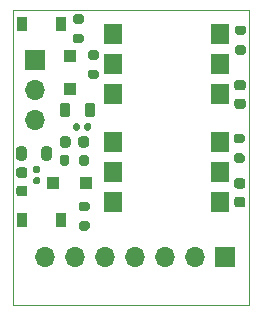
<source format=gbr>
%TF.GenerationSoftware,KiCad,Pcbnew,(5.1.8-0-10_14)*%
%TF.CreationDate,2020-11-29T00:56:15+01:00*%
%TF.ProjectId,Opto-Tacho,4f70746f-2d54-4616-9368-6f2e6b696361,rev?*%
%TF.SameCoordinates,Original*%
%TF.FileFunction,Soldermask,Top*%
%TF.FilePolarity,Negative*%
%FSLAX46Y46*%
G04 Gerber Fmt 4.6, Leading zero omitted, Abs format (unit mm)*
G04 Created by KiCad (PCBNEW (5.1.8-0-10_14)) date 2020-11-29 00:56:15*
%MOMM*%
%LPD*%
G01*
G04 APERTURE LIST*
%TA.AperFunction,Profile*%
%ADD10C,0.050000*%
%TD*%
%ADD11R,1.520000X1.780000*%
%ADD12O,1.700000X1.700000*%
%ADD13R,1.700000X1.700000*%
%ADD14R,1.100000X1.100000*%
%ADD15R,0.900000X1.200000*%
G04 APERTURE END LIST*
D10*
X120000000Y-93000000D02*
X120000000Y-90000000D01*
X120000000Y-68000000D02*
X120000000Y-90000000D01*
X140000000Y-68000000D02*
X120000000Y-68000000D01*
X140000000Y-93000000D02*
X140000000Y-68000000D01*
X120000000Y-93000000D02*
X140000000Y-93000000D01*
D11*
%TO.C,U102*%
X128525000Y-79210000D03*
X128525000Y-81750000D03*
X128525000Y-84290000D03*
X137545000Y-84290000D03*
X137545000Y-81750000D03*
X137545000Y-79210000D03*
%TD*%
%TO.C,U101*%
X128525000Y-70060000D03*
X128525000Y-72600000D03*
X128525000Y-75140000D03*
X137545000Y-75140000D03*
X137545000Y-72600000D03*
X137545000Y-70060000D03*
%TD*%
%TO.C,R101*%
G36*
G01*
X139000000Y-70975000D02*
X139550000Y-70975000D01*
G75*
G02*
X139750000Y-71175000I0J-200000D01*
G01*
X139750000Y-71575000D01*
G75*
G02*
X139550000Y-71775000I-200000J0D01*
G01*
X139000000Y-71775000D01*
G75*
G02*
X138800000Y-71575000I0J200000D01*
G01*
X138800000Y-71175000D01*
G75*
G02*
X139000000Y-70975000I200000J0D01*
G01*
G37*
G36*
G01*
X139000000Y-69325000D02*
X139550000Y-69325000D01*
G75*
G02*
X139750000Y-69525000I0J-200000D01*
G01*
X139750000Y-69925000D01*
G75*
G02*
X139550000Y-70125000I-200000J0D01*
G01*
X139000000Y-70125000D01*
G75*
G02*
X138800000Y-69925000I0J200000D01*
G01*
X138800000Y-69525000D01*
G75*
G02*
X139000000Y-69325000I200000J0D01*
G01*
G37*
%TD*%
%TO.C,R104*%
G36*
G01*
X138900000Y-80150000D02*
X139450000Y-80150000D01*
G75*
G02*
X139650000Y-80350000I0J-200000D01*
G01*
X139650000Y-80750000D01*
G75*
G02*
X139450000Y-80950000I-200000J0D01*
G01*
X138900000Y-80950000D01*
G75*
G02*
X138700000Y-80750000I0J200000D01*
G01*
X138700000Y-80350000D01*
G75*
G02*
X138900000Y-80150000I200000J0D01*
G01*
G37*
G36*
G01*
X138900000Y-78500000D02*
X139450000Y-78500000D01*
G75*
G02*
X139650000Y-78700000I0J-200000D01*
G01*
X139650000Y-79100000D01*
G75*
G02*
X139450000Y-79300000I-200000J0D01*
G01*
X138900000Y-79300000D01*
G75*
G02*
X138700000Y-79100000I0J200000D01*
G01*
X138700000Y-78700000D01*
G75*
G02*
X138900000Y-78500000I200000J0D01*
G01*
G37*
%TD*%
D12*
%TO.C,J901*%
X121850000Y-77305000D03*
X121850000Y-74765000D03*
D13*
X121850000Y-72225000D03*
%TD*%
%TO.C,R106*%
G36*
G01*
X125775000Y-85875000D02*
X126325000Y-85875000D01*
G75*
G02*
X126525000Y-86075000I0J-200000D01*
G01*
X126525000Y-86475000D01*
G75*
G02*
X126325000Y-86675000I-200000J0D01*
G01*
X125775000Y-86675000D01*
G75*
G02*
X125575000Y-86475000I0J200000D01*
G01*
X125575000Y-86075000D01*
G75*
G02*
X125775000Y-85875000I200000J0D01*
G01*
G37*
G36*
G01*
X125775000Y-84225000D02*
X126325000Y-84225000D01*
G75*
G02*
X126525000Y-84425000I0J-200000D01*
G01*
X126525000Y-84825000D01*
G75*
G02*
X126325000Y-85025000I-200000J0D01*
G01*
X125775000Y-85025000D01*
G75*
G02*
X125575000Y-84825000I0J200000D01*
G01*
X125575000Y-84425000D01*
G75*
G02*
X125775000Y-84225000I200000J0D01*
G01*
G37*
%TD*%
%TO.C,R105*%
G36*
G01*
X125650000Y-81000000D02*
X125650000Y-80450000D01*
G75*
G02*
X125850000Y-80250000I200000J0D01*
G01*
X126250000Y-80250000D01*
G75*
G02*
X126450000Y-80450000I0J-200000D01*
G01*
X126450000Y-81000000D01*
G75*
G02*
X126250000Y-81200000I-200000J0D01*
G01*
X125850000Y-81200000D01*
G75*
G02*
X125650000Y-81000000I0J200000D01*
G01*
G37*
G36*
G01*
X124000000Y-81000000D02*
X124000000Y-80450000D01*
G75*
G02*
X124200000Y-80250000I200000J0D01*
G01*
X124600000Y-80250000D01*
G75*
G02*
X124800000Y-80450000I0J-200000D01*
G01*
X124800000Y-81000000D01*
G75*
G02*
X124600000Y-81200000I-200000J0D01*
G01*
X124200000Y-81200000D01*
G75*
G02*
X124000000Y-81000000I0J200000D01*
G01*
G37*
%TD*%
%TO.C,FB102*%
G36*
G01*
X122425000Y-80531250D02*
X122425000Y-79768750D01*
G75*
G02*
X122643750Y-79550000I218750J0D01*
G01*
X123081250Y-79550000D01*
G75*
G02*
X123300000Y-79768750I0J-218750D01*
G01*
X123300000Y-80531250D01*
G75*
G02*
X123081250Y-80750000I-218750J0D01*
G01*
X122643750Y-80750000D01*
G75*
G02*
X122425000Y-80531250I0J218750D01*
G01*
G37*
G36*
G01*
X120300000Y-80531250D02*
X120300000Y-79768750D01*
G75*
G02*
X120518750Y-79550000I218750J0D01*
G01*
X120956250Y-79550000D01*
G75*
G02*
X121175000Y-79768750I0J-218750D01*
G01*
X121175000Y-80531250D01*
G75*
G02*
X120956250Y-80750000I-218750J0D01*
G01*
X120518750Y-80750000D01*
G75*
G02*
X120300000Y-80531250I0J218750D01*
G01*
G37*
%TD*%
D14*
%TO.C,D106*%
X123400000Y-82675000D03*
X126200000Y-82675000D03*
%TD*%
D15*
%TO.C,D105*%
X120750000Y-85750000D03*
X124050000Y-85750000D03*
%TD*%
%TO.C,D104*%
G36*
G01*
X139481250Y-83125000D02*
X138968750Y-83125000D01*
G75*
G02*
X138750000Y-82906250I0J218750D01*
G01*
X138750000Y-82468750D01*
G75*
G02*
X138968750Y-82250000I218750J0D01*
G01*
X139481250Y-82250000D01*
G75*
G02*
X139700000Y-82468750I0J-218750D01*
G01*
X139700000Y-82906250D01*
G75*
G02*
X139481250Y-83125000I-218750J0D01*
G01*
G37*
G36*
G01*
X139481250Y-84700000D02*
X138968750Y-84700000D01*
G75*
G02*
X138750000Y-84481250I0J218750D01*
G01*
X138750000Y-84043750D01*
G75*
G02*
X138968750Y-83825000I218750J0D01*
G01*
X139481250Y-83825000D01*
G75*
G02*
X139700000Y-84043750I0J-218750D01*
G01*
X139700000Y-84481250D01*
G75*
G02*
X139481250Y-84700000I-218750J0D01*
G01*
G37*
%TD*%
%TO.C,C104*%
G36*
G01*
X120525000Y-82875000D02*
X121025000Y-82875000D01*
G75*
G02*
X121250000Y-83100000I0J-225000D01*
G01*
X121250000Y-83550000D01*
G75*
G02*
X121025000Y-83775000I-225000J0D01*
G01*
X120525000Y-83775000D01*
G75*
G02*
X120300000Y-83550000I0J225000D01*
G01*
X120300000Y-83100000D01*
G75*
G02*
X120525000Y-82875000I225000J0D01*
G01*
G37*
G36*
G01*
X120525000Y-81325000D02*
X121025000Y-81325000D01*
G75*
G02*
X121250000Y-81550000I0J-225000D01*
G01*
X121250000Y-82000000D01*
G75*
G02*
X121025000Y-82225000I-225000J0D01*
G01*
X120525000Y-82225000D01*
G75*
G02*
X120300000Y-82000000I0J225000D01*
G01*
X120300000Y-81550000D01*
G75*
G02*
X120525000Y-81325000I225000J0D01*
G01*
G37*
%TD*%
%TO.C,C103*%
G36*
G01*
X121855000Y-82175000D02*
X122195000Y-82175000D01*
G75*
G02*
X122335000Y-82315000I0J-140000D01*
G01*
X122335000Y-82595000D01*
G75*
G02*
X122195000Y-82735000I-140000J0D01*
G01*
X121855000Y-82735000D01*
G75*
G02*
X121715000Y-82595000I0J140000D01*
G01*
X121715000Y-82315000D01*
G75*
G02*
X121855000Y-82175000I140000J0D01*
G01*
G37*
G36*
G01*
X121855000Y-81215000D02*
X122195000Y-81215000D01*
G75*
G02*
X122335000Y-81355000I0J-140000D01*
G01*
X122335000Y-81635000D01*
G75*
G02*
X122195000Y-81775000I-140000J0D01*
G01*
X121855000Y-81775000D01*
G75*
G02*
X121715000Y-81635000I0J140000D01*
G01*
X121715000Y-81355000D01*
G75*
G02*
X121855000Y-81215000I140000J0D01*
G01*
G37*
%TD*%
%TO.C,R103*%
G36*
G01*
X127100000Y-72200000D02*
X126550000Y-72200000D01*
G75*
G02*
X126350000Y-72000000I0J200000D01*
G01*
X126350000Y-71600000D01*
G75*
G02*
X126550000Y-71400000I200000J0D01*
G01*
X127100000Y-71400000D01*
G75*
G02*
X127300000Y-71600000I0J-200000D01*
G01*
X127300000Y-72000000D01*
G75*
G02*
X127100000Y-72200000I-200000J0D01*
G01*
G37*
G36*
G01*
X127100000Y-73850000D02*
X126550000Y-73850000D01*
G75*
G02*
X126350000Y-73650000I0J200000D01*
G01*
X126350000Y-73250000D01*
G75*
G02*
X126550000Y-73050000I200000J0D01*
G01*
X127100000Y-73050000D01*
G75*
G02*
X127300000Y-73250000I0J-200000D01*
G01*
X127300000Y-73650000D01*
G75*
G02*
X127100000Y-73850000I-200000J0D01*
G01*
G37*
%TD*%
%TO.C,R102*%
G36*
G01*
X125825000Y-69150000D02*
X125275000Y-69150000D01*
G75*
G02*
X125075000Y-68950000I0J200000D01*
G01*
X125075000Y-68550000D01*
G75*
G02*
X125275000Y-68350000I200000J0D01*
G01*
X125825000Y-68350000D01*
G75*
G02*
X126025000Y-68550000I0J-200000D01*
G01*
X126025000Y-68950000D01*
G75*
G02*
X125825000Y-69150000I-200000J0D01*
G01*
G37*
G36*
G01*
X125825000Y-70800000D02*
X125275000Y-70800000D01*
G75*
G02*
X125075000Y-70600000I0J200000D01*
G01*
X125075000Y-70200000D01*
G75*
G02*
X125275000Y-70000000I200000J0D01*
G01*
X125825000Y-70000000D01*
G75*
G02*
X126025000Y-70200000I0J-200000D01*
G01*
X126025000Y-70600000D01*
G75*
G02*
X125825000Y-70800000I-200000J0D01*
G01*
G37*
%TD*%
%TO.C,FB101*%
G36*
G01*
X126100000Y-76856250D02*
X126100000Y-76093750D01*
G75*
G02*
X126318750Y-75875000I218750J0D01*
G01*
X126756250Y-75875000D01*
G75*
G02*
X126975000Y-76093750I0J-218750D01*
G01*
X126975000Y-76856250D01*
G75*
G02*
X126756250Y-77075000I-218750J0D01*
G01*
X126318750Y-77075000D01*
G75*
G02*
X126100000Y-76856250I0J218750D01*
G01*
G37*
G36*
G01*
X123975000Y-76856250D02*
X123975000Y-76093750D01*
G75*
G02*
X124193750Y-75875000I218750J0D01*
G01*
X124631250Y-75875000D01*
G75*
G02*
X124850000Y-76093750I0J-218750D01*
G01*
X124850000Y-76856250D01*
G75*
G02*
X124631250Y-77075000I-218750J0D01*
G01*
X124193750Y-77075000D01*
G75*
G02*
X123975000Y-76856250I0J218750D01*
G01*
G37*
%TD*%
D14*
%TO.C,D103*%
X124875000Y-74725000D03*
X124875000Y-71925000D03*
%TD*%
D15*
%TO.C,D102*%
X120750000Y-69225000D03*
X124050000Y-69225000D03*
%TD*%
%TO.C,D101*%
G36*
G01*
X139506250Y-74800000D02*
X138993750Y-74800000D01*
G75*
G02*
X138775000Y-74581250I0J218750D01*
G01*
X138775000Y-74143750D01*
G75*
G02*
X138993750Y-73925000I218750J0D01*
G01*
X139506250Y-73925000D01*
G75*
G02*
X139725000Y-74143750I0J-218750D01*
G01*
X139725000Y-74581250D01*
G75*
G02*
X139506250Y-74800000I-218750J0D01*
G01*
G37*
G36*
G01*
X139506250Y-76375000D02*
X138993750Y-76375000D01*
G75*
G02*
X138775000Y-76156250I0J218750D01*
G01*
X138775000Y-75718750D01*
G75*
G02*
X138993750Y-75500000I218750J0D01*
G01*
X139506250Y-75500000D01*
G75*
G02*
X139725000Y-75718750I0J-218750D01*
G01*
X139725000Y-76156250D01*
G75*
G02*
X139506250Y-76375000I-218750J0D01*
G01*
G37*
%TD*%
%TO.C,C102*%
G36*
G01*
X125550000Y-79425000D02*
X125550000Y-78925000D01*
G75*
G02*
X125775000Y-78700000I225000J0D01*
G01*
X126225000Y-78700000D01*
G75*
G02*
X126450000Y-78925000I0J-225000D01*
G01*
X126450000Y-79425000D01*
G75*
G02*
X126225000Y-79650000I-225000J0D01*
G01*
X125775000Y-79650000D01*
G75*
G02*
X125550000Y-79425000I0J225000D01*
G01*
G37*
G36*
G01*
X124000000Y-79425000D02*
X124000000Y-78925000D01*
G75*
G02*
X124225000Y-78700000I225000J0D01*
G01*
X124675000Y-78700000D01*
G75*
G02*
X124900000Y-78925000I0J-225000D01*
G01*
X124900000Y-79425000D01*
G75*
G02*
X124675000Y-79650000I-225000J0D01*
G01*
X124225000Y-79650000D01*
G75*
G02*
X124000000Y-79425000I0J225000D01*
G01*
G37*
%TD*%
%TO.C,C101*%
G36*
G01*
X126075000Y-78070000D02*
X126075000Y-77730000D01*
G75*
G02*
X126215000Y-77590000I140000J0D01*
G01*
X126495000Y-77590000D01*
G75*
G02*
X126635000Y-77730000I0J-140000D01*
G01*
X126635000Y-78070000D01*
G75*
G02*
X126495000Y-78210000I-140000J0D01*
G01*
X126215000Y-78210000D01*
G75*
G02*
X126075000Y-78070000I0J140000D01*
G01*
G37*
G36*
G01*
X125115000Y-78070000D02*
X125115000Y-77730000D01*
G75*
G02*
X125255000Y-77590000I140000J0D01*
G01*
X125535000Y-77590000D01*
G75*
G02*
X125675000Y-77730000I0J-140000D01*
G01*
X125675000Y-78070000D01*
G75*
G02*
X125535000Y-78210000I-140000J0D01*
G01*
X125255000Y-78210000D01*
G75*
G02*
X125115000Y-78070000I0J140000D01*
G01*
G37*
%TD*%
D12*
%TO.C,J101*%
X122760000Y-88950000D03*
X125300000Y-88950000D03*
X127840000Y-88950000D03*
X130380000Y-88950000D03*
X132920000Y-88950000D03*
X135460000Y-88950000D03*
D13*
X138000000Y-88950000D03*
%TD*%
M02*

</source>
